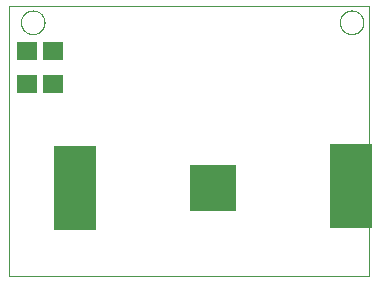
<source format=gbp>
G75*
%MOIN*%
%OFA0B0*%
%FSLAX25Y25*%
%IPPOS*%
%LPD*%
%AMOC8*
5,1,8,0,0,1.08239X$1,22.5*
%
%ADD10C,0.00000*%
%ADD11R,0.15748X0.15748*%
%ADD12R,0.14000X0.28000*%
%ADD13R,0.07087X0.06299*%
D10*
X0001500Y0011270D02*
X0001500Y0101270D01*
X0121500Y0101270D01*
X0121500Y0011270D01*
X0001500Y0011270D01*
X0005437Y0095916D02*
X0005439Y0096041D01*
X0005445Y0096166D01*
X0005455Y0096290D01*
X0005469Y0096414D01*
X0005486Y0096538D01*
X0005508Y0096661D01*
X0005534Y0096783D01*
X0005563Y0096905D01*
X0005596Y0097025D01*
X0005634Y0097144D01*
X0005674Y0097263D01*
X0005719Y0097379D01*
X0005767Y0097494D01*
X0005819Y0097608D01*
X0005875Y0097720D01*
X0005934Y0097830D01*
X0005996Y0097938D01*
X0006062Y0098045D01*
X0006131Y0098149D01*
X0006204Y0098250D01*
X0006279Y0098350D01*
X0006358Y0098447D01*
X0006440Y0098541D01*
X0006525Y0098633D01*
X0006612Y0098722D01*
X0006703Y0098808D01*
X0006796Y0098891D01*
X0006892Y0098972D01*
X0006990Y0099049D01*
X0007090Y0099123D01*
X0007193Y0099194D01*
X0007298Y0099261D01*
X0007406Y0099326D01*
X0007515Y0099386D01*
X0007626Y0099444D01*
X0007739Y0099497D01*
X0007853Y0099547D01*
X0007969Y0099594D01*
X0008086Y0099636D01*
X0008205Y0099675D01*
X0008325Y0099711D01*
X0008446Y0099742D01*
X0008568Y0099770D01*
X0008690Y0099793D01*
X0008814Y0099813D01*
X0008938Y0099829D01*
X0009062Y0099841D01*
X0009187Y0099849D01*
X0009312Y0099853D01*
X0009436Y0099853D01*
X0009561Y0099849D01*
X0009686Y0099841D01*
X0009810Y0099829D01*
X0009934Y0099813D01*
X0010058Y0099793D01*
X0010180Y0099770D01*
X0010302Y0099742D01*
X0010423Y0099711D01*
X0010543Y0099675D01*
X0010662Y0099636D01*
X0010779Y0099594D01*
X0010895Y0099547D01*
X0011009Y0099497D01*
X0011122Y0099444D01*
X0011233Y0099386D01*
X0011343Y0099326D01*
X0011450Y0099261D01*
X0011555Y0099194D01*
X0011658Y0099123D01*
X0011758Y0099049D01*
X0011856Y0098972D01*
X0011952Y0098891D01*
X0012045Y0098808D01*
X0012136Y0098722D01*
X0012223Y0098633D01*
X0012308Y0098541D01*
X0012390Y0098447D01*
X0012469Y0098350D01*
X0012544Y0098250D01*
X0012617Y0098149D01*
X0012686Y0098045D01*
X0012752Y0097938D01*
X0012814Y0097830D01*
X0012873Y0097720D01*
X0012929Y0097608D01*
X0012981Y0097494D01*
X0013029Y0097379D01*
X0013074Y0097263D01*
X0013114Y0097144D01*
X0013152Y0097025D01*
X0013185Y0096905D01*
X0013214Y0096783D01*
X0013240Y0096661D01*
X0013262Y0096538D01*
X0013279Y0096414D01*
X0013293Y0096290D01*
X0013303Y0096166D01*
X0013309Y0096041D01*
X0013311Y0095916D01*
X0013309Y0095791D01*
X0013303Y0095666D01*
X0013293Y0095542D01*
X0013279Y0095418D01*
X0013262Y0095294D01*
X0013240Y0095171D01*
X0013214Y0095049D01*
X0013185Y0094927D01*
X0013152Y0094807D01*
X0013114Y0094688D01*
X0013074Y0094569D01*
X0013029Y0094453D01*
X0012981Y0094338D01*
X0012929Y0094224D01*
X0012873Y0094112D01*
X0012814Y0094002D01*
X0012752Y0093894D01*
X0012686Y0093787D01*
X0012617Y0093683D01*
X0012544Y0093582D01*
X0012469Y0093482D01*
X0012390Y0093385D01*
X0012308Y0093291D01*
X0012223Y0093199D01*
X0012136Y0093110D01*
X0012045Y0093024D01*
X0011952Y0092941D01*
X0011856Y0092860D01*
X0011758Y0092783D01*
X0011658Y0092709D01*
X0011555Y0092638D01*
X0011450Y0092571D01*
X0011342Y0092506D01*
X0011233Y0092446D01*
X0011122Y0092388D01*
X0011009Y0092335D01*
X0010895Y0092285D01*
X0010779Y0092238D01*
X0010662Y0092196D01*
X0010543Y0092157D01*
X0010423Y0092121D01*
X0010302Y0092090D01*
X0010180Y0092062D01*
X0010058Y0092039D01*
X0009934Y0092019D01*
X0009810Y0092003D01*
X0009686Y0091991D01*
X0009561Y0091983D01*
X0009436Y0091979D01*
X0009312Y0091979D01*
X0009187Y0091983D01*
X0009062Y0091991D01*
X0008938Y0092003D01*
X0008814Y0092019D01*
X0008690Y0092039D01*
X0008568Y0092062D01*
X0008446Y0092090D01*
X0008325Y0092121D01*
X0008205Y0092157D01*
X0008086Y0092196D01*
X0007969Y0092238D01*
X0007853Y0092285D01*
X0007739Y0092335D01*
X0007626Y0092388D01*
X0007515Y0092446D01*
X0007405Y0092506D01*
X0007298Y0092571D01*
X0007193Y0092638D01*
X0007090Y0092709D01*
X0006990Y0092783D01*
X0006892Y0092860D01*
X0006796Y0092941D01*
X0006703Y0093024D01*
X0006612Y0093110D01*
X0006525Y0093199D01*
X0006440Y0093291D01*
X0006358Y0093385D01*
X0006279Y0093482D01*
X0006204Y0093582D01*
X0006131Y0093683D01*
X0006062Y0093787D01*
X0005996Y0093894D01*
X0005934Y0094002D01*
X0005875Y0094112D01*
X0005819Y0094224D01*
X0005767Y0094338D01*
X0005719Y0094453D01*
X0005674Y0094569D01*
X0005634Y0094688D01*
X0005596Y0094807D01*
X0005563Y0094927D01*
X0005534Y0095049D01*
X0005508Y0095171D01*
X0005486Y0095294D01*
X0005469Y0095418D01*
X0005455Y0095542D01*
X0005445Y0095666D01*
X0005439Y0095791D01*
X0005437Y0095916D01*
X0111736Y0095916D02*
X0111738Y0096041D01*
X0111744Y0096166D01*
X0111754Y0096290D01*
X0111768Y0096414D01*
X0111785Y0096538D01*
X0111807Y0096661D01*
X0111833Y0096783D01*
X0111862Y0096905D01*
X0111895Y0097025D01*
X0111933Y0097144D01*
X0111973Y0097263D01*
X0112018Y0097379D01*
X0112066Y0097494D01*
X0112118Y0097608D01*
X0112174Y0097720D01*
X0112233Y0097830D01*
X0112295Y0097938D01*
X0112361Y0098045D01*
X0112430Y0098149D01*
X0112503Y0098250D01*
X0112578Y0098350D01*
X0112657Y0098447D01*
X0112739Y0098541D01*
X0112824Y0098633D01*
X0112911Y0098722D01*
X0113002Y0098808D01*
X0113095Y0098891D01*
X0113191Y0098972D01*
X0113289Y0099049D01*
X0113389Y0099123D01*
X0113492Y0099194D01*
X0113597Y0099261D01*
X0113705Y0099326D01*
X0113814Y0099386D01*
X0113925Y0099444D01*
X0114038Y0099497D01*
X0114152Y0099547D01*
X0114268Y0099594D01*
X0114385Y0099636D01*
X0114504Y0099675D01*
X0114624Y0099711D01*
X0114745Y0099742D01*
X0114867Y0099770D01*
X0114989Y0099793D01*
X0115113Y0099813D01*
X0115237Y0099829D01*
X0115361Y0099841D01*
X0115486Y0099849D01*
X0115611Y0099853D01*
X0115735Y0099853D01*
X0115860Y0099849D01*
X0115985Y0099841D01*
X0116109Y0099829D01*
X0116233Y0099813D01*
X0116357Y0099793D01*
X0116479Y0099770D01*
X0116601Y0099742D01*
X0116722Y0099711D01*
X0116842Y0099675D01*
X0116961Y0099636D01*
X0117078Y0099594D01*
X0117194Y0099547D01*
X0117308Y0099497D01*
X0117421Y0099444D01*
X0117532Y0099386D01*
X0117642Y0099326D01*
X0117749Y0099261D01*
X0117854Y0099194D01*
X0117957Y0099123D01*
X0118057Y0099049D01*
X0118155Y0098972D01*
X0118251Y0098891D01*
X0118344Y0098808D01*
X0118435Y0098722D01*
X0118522Y0098633D01*
X0118607Y0098541D01*
X0118689Y0098447D01*
X0118768Y0098350D01*
X0118843Y0098250D01*
X0118916Y0098149D01*
X0118985Y0098045D01*
X0119051Y0097938D01*
X0119113Y0097830D01*
X0119172Y0097720D01*
X0119228Y0097608D01*
X0119280Y0097494D01*
X0119328Y0097379D01*
X0119373Y0097263D01*
X0119413Y0097144D01*
X0119451Y0097025D01*
X0119484Y0096905D01*
X0119513Y0096783D01*
X0119539Y0096661D01*
X0119561Y0096538D01*
X0119578Y0096414D01*
X0119592Y0096290D01*
X0119602Y0096166D01*
X0119608Y0096041D01*
X0119610Y0095916D01*
X0119608Y0095791D01*
X0119602Y0095666D01*
X0119592Y0095542D01*
X0119578Y0095418D01*
X0119561Y0095294D01*
X0119539Y0095171D01*
X0119513Y0095049D01*
X0119484Y0094927D01*
X0119451Y0094807D01*
X0119413Y0094688D01*
X0119373Y0094569D01*
X0119328Y0094453D01*
X0119280Y0094338D01*
X0119228Y0094224D01*
X0119172Y0094112D01*
X0119113Y0094002D01*
X0119051Y0093894D01*
X0118985Y0093787D01*
X0118916Y0093683D01*
X0118843Y0093582D01*
X0118768Y0093482D01*
X0118689Y0093385D01*
X0118607Y0093291D01*
X0118522Y0093199D01*
X0118435Y0093110D01*
X0118344Y0093024D01*
X0118251Y0092941D01*
X0118155Y0092860D01*
X0118057Y0092783D01*
X0117957Y0092709D01*
X0117854Y0092638D01*
X0117749Y0092571D01*
X0117641Y0092506D01*
X0117532Y0092446D01*
X0117421Y0092388D01*
X0117308Y0092335D01*
X0117194Y0092285D01*
X0117078Y0092238D01*
X0116961Y0092196D01*
X0116842Y0092157D01*
X0116722Y0092121D01*
X0116601Y0092090D01*
X0116479Y0092062D01*
X0116357Y0092039D01*
X0116233Y0092019D01*
X0116109Y0092003D01*
X0115985Y0091991D01*
X0115860Y0091983D01*
X0115735Y0091979D01*
X0115611Y0091979D01*
X0115486Y0091983D01*
X0115361Y0091991D01*
X0115237Y0092003D01*
X0115113Y0092019D01*
X0114989Y0092039D01*
X0114867Y0092062D01*
X0114745Y0092090D01*
X0114624Y0092121D01*
X0114504Y0092157D01*
X0114385Y0092196D01*
X0114268Y0092238D01*
X0114152Y0092285D01*
X0114038Y0092335D01*
X0113925Y0092388D01*
X0113814Y0092446D01*
X0113704Y0092506D01*
X0113597Y0092571D01*
X0113492Y0092638D01*
X0113389Y0092709D01*
X0113289Y0092783D01*
X0113191Y0092860D01*
X0113095Y0092941D01*
X0113002Y0093024D01*
X0112911Y0093110D01*
X0112824Y0093199D01*
X0112739Y0093291D01*
X0112657Y0093385D01*
X0112578Y0093482D01*
X0112503Y0093582D01*
X0112430Y0093683D01*
X0112361Y0093787D01*
X0112295Y0093894D01*
X0112233Y0094002D01*
X0112174Y0094112D01*
X0112118Y0094224D01*
X0112066Y0094338D01*
X0112018Y0094453D01*
X0111973Y0094569D01*
X0111933Y0094688D01*
X0111895Y0094807D01*
X0111862Y0094927D01*
X0111833Y0095049D01*
X0111807Y0095171D01*
X0111785Y0095294D01*
X0111768Y0095418D01*
X0111754Y0095542D01*
X0111744Y0095666D01*
X0111738Y0095791D01*
X0111736Y0095916D01*
D11*
X0069500Y0040770D03*
D12*
X0115500Y0041270D03*
X0023500Y0040770D03*
D13*
X0016000Y0075258D03*
X0007500Y0075258D03*
X0007500Y0086282D03*
X0016000Y0086282D03*
M02*

</source>
